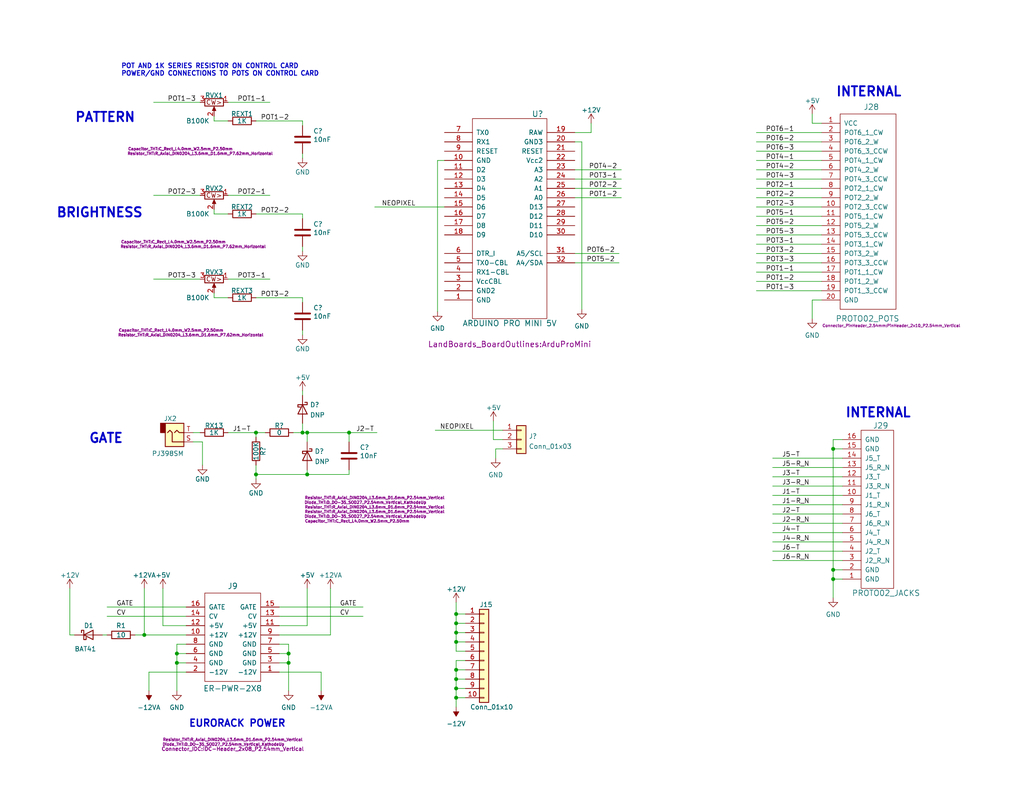
<source format=kicad_sch>
(kicad_sch (version 20211123) (generator eeschema)
  (paper "A")
  (title_block (title "ER-LEDS") (date "2022-12-22") (rev "1") (comment 1 "NEOPIXEL DRIVER") (comment 2 "https://note.com/solder_state/n/nffc1a33053be"))
  (lib_symbols
    (symbol "Connector:AudioJack2"
      (property "Reference" "J" (at 0 8.89 0))
      (property "Value" "AudioJack2" (at 0 6.35 0))
      (symbol "AudioJack2_0_1"
        (rectangle (start -3.81 0) (end -2.54 -2.54) (stroke (width 0.254)) (fill (type outline)))
        (rectangle (start -2.54 3.81) (end 2.54 -2.54) (stroke (width 0.254)) (fill (type background)))
        (polyline (pts (xy 0 0) (xy 0.635 -0.635) (xy 1.27 0) (xy 2.54 0)) (stroke (width 0.254)))
        (polyline (pts (xy 2.54 2.54) (xy -0.635 2.54) (xy -0.635 0) (xy -1.27 -0.635) (xy -1.905 0)) (stroke (width 0.254)))
      )
      (symbol "AudioJack2_1_1"
        (pin passive line (at 5.08 2.54 180) (length 2.54) (name "~") (number "S"))
        (pin passive line (at 5.08 0 180) (length 2.54) (name "~") (number "T"))
      )
    )
    (symbol "Connector_Generic:Conn_01x03" (pin_names (offset 1.016) hide)
      (property "Reference" "J" (at 0 5.08 0))
      (property "Value" "Conn_01x03" (at 0 -5.08 0))
      (symbol "Conn_01x03_1_1"
        (rectangle (start -1.27 -2.413) (end 0 -2.667) (stroke (width 0.1524)))
        (rectangle (start -1.27 0.127) (end 0 -0.127) (stroke (width 0.1524)))
        (rectangle (start -1.27 2.667) (end 0 2.413) (stroke (width 0.1524)))
        (rectangle (start -1.27 3.81) (end 1.27 -3.81) (stroke (width 0.254)) (fill (type background)))
        (pin passive line (at -5.08 2.54 0) (length 3.81) (name "Pin_1") (number "1"))
        (pin passive line (at -5.08 0 0) (length 3.81) (name "Pin_2") (number "2"))
        (pin passive line (at -5.08 -2.54 0) (length 3.81) (name "Pin_3") (number "3"))
      )
    )
    (symbol "Connector_Generic:Conn_01x10" (pin_names (offset 1.016) hide)
      (property "Reference" "J" (at 0 12.7 0))
      (property "Value" "Conn_01x10" (at 0 -15.24 0))
      (symbol "Conn_01x10_1_1"
        (rectangle (start -1.27 -12.573) (end 0 -12.827) (stroke (width 0.1524)))
        (rectangle (start -1.27 -10.033) (end 0 -10.287) (stroke (width 0.1524)))
        (rectangle (start -1.27 -7.493) (end 0 -7.747) (stroke (width 0.1524)))
        (rectangle (start -1.27 -4.953) (end 0 -5.207) (stroke (width 0.1524)))
        (rectangle (start -1.27 -2.413) (end 0 -2.667) (stroke (width 0.1524)))
        (rectangle (start -1.27 0.127) (end 0 -0.127) (stroke (width 0.1524)))
        (rectangle (start -1.27 2.667) (end 0 2.413) (stroke (width 0.1524)))
        (rectangle (start -1.27 5.207) (end 0 4.953) (stroke (width 0.1524)))
        (rectangle (start -1.27 7.747) (end 0 7.493) (stroke (width 0.1524)))
        (rectangle (start -1.27 10.287) (end 0 10.033) (stroke (width 0.1524)))
        (rectangle (start -1.27 11.43) (end 1.27 -13.97) (stroke (width 0.254)) (fill (type background)))
        (pin passive line (at -5.08 10.16 0) (length 3.81) (name "Pin_1") (number "1"))
        (pin passive line (at -5.08 -12.7 0) (length 3.81) (name "Pin_10") (number "10"))
        (pin passive line (at -5.08 7.62 0) (length 3.81) (name "Pin_2") (number "2"))
        (pin passive line (at -5.08 5.08 0) (length 3.81) (name "Pin_3") (number "3"))
        (pin passive line (at -5.08 2.54 0) (length 3.81) (name "Pin_4") (number "4"))
        (pin passive line (at -5.08 0 0) (length 3.81) (name "Pin_5") (number "5"))
        (pin passive line (at -5.08 -2.54 0) (length 3.81) (name "Pin_6") (number "6"))
        (pin passive line (at -5.08 -5.08 0) (length 3.81) (name "Pin_7") (number "7"))
        (pin passive line (at -5.08 -7.62 0) (length 3.81) (name "Pin_8") (number "8"))
        (pin passive line (at -5.08 -10.16 0) (length 3.81) (name "Pin_9") (number "9"))
      )
    )
    (symbol "Device:C" (pin_numbers hide) (pin_names (offset 0.254))
      (property "Reference" "C" (at 0.635 2.54 0))
      (property "Value" "C" (at 0.635 -2.54 0))
      (symbol "C_0_1"
        (polyline (pts (xy -2.032 -0.762) (xy 2.032 -0.762)) (stroke (width 0.508)))
        (polyline (pts (xy -2.032 0.762) (xy 2.032 0.762)) (stroke (width 0.508)))
      )
      (symbol "C_1_1"
        (pin passive line (at 0 3.81 270) (length 2.794) (name "~") (number "1"))
        (pin passive line (at 0 -3.81 90) (length 2.794) (name "~") (number "2"))
      )
    )
    (symbol "Device:D_Schottky" (pin_numbers hide) (pin_names (offset 1.016) hide)
      (property "Reference" "D" (at 0 2.54 0))
      (property "Value" "D_Schottky" (at 0 -2.54 0))
      (symbol "D_Schottky_0_1"
        (polyline (pts (xy 1.27 0) (xy -1.27 0)))
        (polyline (pts (xy 1.27 1.27) (xy 1.27 -1.27) (xy -1.27 0) (xy 1.27 1.27)) (stroke (width 0.254)))
        (polyline (pts (xy -1.905 0.635) (xy -1.905 1.27) (xy -1.27 1.27) (xy -1.27 -1.27) (xy -0.635 -1.27) (xy -0.635 -0.635)) (stroke (width 0.254)))
      )
      (symbol "D_Schottky_1_1"
        (pin passive line (at -3.81 0 0) (length 2.54) (name "K") (number "1"))
        (pin passive line (at 3.81 0 180) (length 2.54) (name "A") (number "2"))
      )
    )
    (symbol "Device:R" (pin_numbers hide) (pin_names (offset 0))
      (property "Reference" "R" (at 2.032 0 90))
      (property "Value" "R" (at 0 0 90))
      (symbol "R_0_1"
        (rectangle (start -1.016 -2.54) (end 1.016 2.54) (stroke (width 0.254)))
      )
      (symbol "R_1_1"
        (pin passive line (at 0 3.81 270) (length 1.27) (name "~") (number "1"))
        (pin passive line (at 0 -3.81 90) (length 1.27) (name "~") (number "2"))
      )
    )
    (symbol "LandBoards_Conns:ER-PWR-2X8" (pin_names (offset 1.016))
      (property "Reference" "J" (at 0 13.97 0))
      (property "Value" "ER-PWR-2X8" (at 1.27 -12.7 0))
      (property "Footprint" "Connector_IDC:IDC-Header_2x08_P2.54mm_Vertical" (at 0 -16.51 0))
      (symbol "ER-PWR-2X8_0_1"
        (rectangle (start -7.62 12.7) (end 7.62 -11.43))
      )
      (symbol "ER-PWR-2X8_1_1"
        (pin power_out line (at 12.7 -8.89 180) (length 5.08) (name "-12V") (number "1"))
        (pin power_out line (at -12.7 1.27 0) (length 5.08) (name "+12V") (number "10"))
        (pin power_out line (at 12.7 3.81 180) (length 5.08) (name "+5V") (number "11"))
        (pin power_out line (at -12.7 3.81 0) (length 5.08) (name "+5V") (number "12"))
        (pin bidirectional line (at 12.7 6.35 180) (length 5.08) (name "CV") (number "13"))
        (pin bidirectional line (at -12.7 6.35 0) (length 5.08) (name "CV") (number "14"))
        (pin bidirectional line (at 12.7 8.89 180) (length 5.08) (name "GATE") (number "15"))
        (pin bidirectional line (at -12.7 8.89 0) (length 5.08) (name "GATE") (number "16"))
        (pin power_out line (at -12.7 -8.89 0) (length 5.08) (name "-12V") (number "2"))
        (pin power_in line (at 12.7 -6.35 180) (length 5.08) (name "GND") (number "3"))
        (pin power_out line (at -12.7 -6.35 0) (length 5.08) (name "GND") (number "4"))
        (pin power_out line (at 12.7 -3.81 180) (length 5.08) (name "GND") (number "5"))
        (pin power_out line (at -12.7 -3.81 0) (length 5.08) (name "GND") (number "6"))
        (pin power_out line (at 12.7 -1.27 180) (length 5.08) (name "GND") (number "7"))
        (pin power_out line (at -12.7 -1.27 0) (length 5.08) (name "GND") (number "8"))
        (pin power_out line (at 12.7 1.27 180) (length 5.08) (name "+12V") (number "9"))
      )
    )
    (symbol "LandBoards_Conns:PROTO02_POTS" (pin_names (offset 1.016))
      (property "Reference" "J" (at -1.27 27.94 0))
      (property "Value" "PROTO02_POTS" (at 0 -27.94 0))
      (symbol "PROTO02_POTS_0_1"
        (rectangle (start -8.89 26.67) (end 6.35 -26.67))
      )
      (symbol "PROTO02_POTS_1_1"
        (pin power_in line (at 11.43 24.13 180) (length 5.08) (name "VCC") (number "1"))
        (pin passive line (at 11.43 1.27 180) (length 5.08) (name "POT2_3_CCW") (number "10"))
        (pin passive line (at 11.43 -1.27 180) (length 5.08) (name "POT5_1_CW") (number "11"))
        (pin passive line (at 11.43 -3.81 180) (length 5.08) (name "POT5_2_W") (number "12"))
        (pin passive line (at 11.43 -6.35 180) (length 5.08) (name "POT5_3_CCW") (number "13"))
        (pin passive line (at 11.43 -8.89 180) (length 5.08) (name "POT3_1_CW") (number "14"))
        (pin passive line (at 11.43 -11.43 180) (length 5.08) (name "POT3_2_W") (number "15"))
        (pin passive line (at 11.43 -13.97 180) (length 5.08) (name "POT3_3_CCW") (number "16"))
        (pin passive line (at 11.43 -16.51 180) (length 5.08) (name "POT1_1_CW") (number "17"))
        (pin passive line (at 11.43 -19.05 180) (length 5.08) (name "POT1_2_W") (number "18"))
        (pin passive line (at 11.43 -21.59 180) (length 5.08) (name "POT1_3_CCW") (number "19"))
        (pin passive line (at 11.43 21.59 180) (length 5.08) (name "POT6_1_CW") (number "2"))
        (pin power_in line (at 11.43 -24.13 180) (length 5.08) (name "GND") (number "20"))
        (pin passive line (at 11.43 19.05 180) (length 5.08) (name "POT6_2_W") (number "3"))
        (pin passive line (at 11.43 16.51 180) (length 5.08) (name "POT6_3_CCW") (number "4"))
        (pin passive line (at 11.43 13.97 180) (length 5.08) (name "POT4_1_CW") (number "5"))
        (pin passive line (at 11.43 11.43 180) (length 5.08) (name "POT4_2_W") (number "6"))
        (pin passive line (at 11.43 8.89 180) (length 5.08) (name "POT4_3_CCW") (number "7"))
        (pin passive line (at 11.43 6.35 180) (length 5.08) (name "POT2_1_CW") (number "8"))
        (pin passive line (at 11.43 3.81 180) (length 5.08) (name "POT2_2_W") (number "9"))
      )
    )
    (symbol "LandBoards_Conns:R_Pot_CW" (pin_names (offset 1.016) hide)
      (property "Reference" "RV" (at -1.27 1.27 0))
      (property "Value" "R_Pot_CW" (at -1.27 -1.27 0))
      (symbol "R_Pot_CW_0_0"
        (text "CW>" (at 0 0 900) (effects (font (size 1.27 1.27))))
      )
      (symbol "R_Pot_CW_0_1"
        (polyline (pts (xy 2.54 0) (xy 1.524 0)))
        (polyline (pts (xy 1.143 0) (xy 2.286 0.508) (xy 2.286 -0.508) (xy 1.143 0)) (fill (type outline)))
        (rectangle (start 1.016 2.54) (end -1.016 -2.54) (stroke (width 0.254)))
      )
      (symbol "R_Pot_CW_1_1"
        (pin passive line (at 0 3.81 270) (length 1.27) (name "1") (number "1"))
        (pin passive line (at 3.81 0 180) (length 1.27) (name "2") (number "2"))
        (pin passive line (at 0 -3.81 90) (length 1.27) (name "3") (number "3"))
      )
    )
    (symbol "PROTO02_JACKS_1" (pin_names (offset 1.016))
      (property "Reference" "J" (at 0 22.86 0))
      (property "Value" "PROTO02_JACKS_1" (at 0 -22.86 0))
      (symbol "PROTO02_JACKS_1_0_1"
        (rectangle (start -5.08 21.59) (end 3.81 -21.59))
      )
      (symbol "PROTO02_JACKS_1_1_1"
        (pin power_in line (at 8.89 -19.05 180) (length 5.08) (name "GND") (number "1"))
        (pin passive line (at 8.89 3.81 180) (length 5.08) (name "J1_T") (number "10"))
        (pin passive line (at 8.89 6.35 180) (length 5.08) (name "J3_R_N") (number "11"))
        (pin passive line (at 8.89 8.89 180) (length 5.08) (name "J3_T") (number "12"))
        (pin passive line (at 8.89 11.43 180) (length 5.08) (name "J5_R_N") (number "13"))
        (pin passive line (at 8.89 13.97 180) (length 5.08) (name "J5_T") (number "14"))
        (pin power_in line (at 8.89 16.51 180) (length 5.08) (name "GND") (number "15"))
        (pin power_in line (at 8.89 19.05 180) (length 5.08) (name "GND") (number "16"))
        (pin power_in line (at 8.89 -16.51 180) (length 5.08) (name "GND") (number "2"))
        (pin passive line (at 8.89 -13.97 180) (length 5.08) (name "J2_R_N") (number "3"))
        (pin passive line (at 8.89 -11.43 180) (length 5.08) (name "J2_T") (number "4"))
        (pin passive line (at 8.89 -8.89 180) (length 5.08) (name "J4_R_N") (number "5"))
        (pin passive line (at 8.89 -6.35 180) (length 5.08) (name "J4_T") (number "6"))
        (pin passive line (at 8.89 -3.81 180) (length 5.08) (name "J6_R_N") (number "7"))
        (pin passive line (at 8.89 -1.27 180) (length 5.08) (name "J6_T") (number "8"))
        (pin passive line (at 8.89 1.27 180) (length 5.08) (name "J1_R_N") (number "9"))
      )
    )
    (symbol "R_Pot_CW_1" (pin_names (offset 1.016) hide)
      (property "Reference" "RV" (at -1.27 1.27 0))
      (property "Value" "R_Pot_CW_1" (at -1.27 -1.27 0))
      (symbol "R_Pot_CW_1_0_0"
        (text "CW>" (at 0 0 900) (effects (font (size 1.27 1.27))))
      )
      (symbol "R_Pot_CW_1_0_1"
        (polyline (pts (xy 2.54 0) (xy 1.524 0)))
        (polyline (pts (xy 1.143 0) (xy 2.286 0.508) (xy 2.286 -0.508) (xy 1.143 0)) (fill (type outline)))
        (rectangle (start 1.016 2.54) (end -1.016 -2.54) (stroke (width 0.254)))
      )
      (symbol "R_Pot_CW_1_1_1"
        (pin passive line (at 0 3.81 270) (length 1.27) (name "1") (number "1"))
        (pin passive line (at 3.81 0 180) (length 1.27) (name "2") (number "2"))
        (pin passive line (at 0 -3.81 90) (length 1.27) (name "3") (number "3"))
      )
    )
    (symbol "R_Pot_CW_5" (pin_names (offset 1.016) hide)
      (property "Reference" "RV" (at -1.27 1.27 0))
      (property "Value" "R_Pot_CW_5" (at -1.27 -1.27 0))
      (symbol "R_Pot_CW_5_0_0"
        (text "CW>" (at 0 0 900) (effects (font (size 1.27 1.27))))
      )
      (symbol "R_Pot_CW_5_0_1"
        (polyline (pts (xy 2.54 0) (xy 1.524 0)))
        (polyline (pts (xy 1.143 0) (xy 2.286 0.508) (xy 2.286 -0.508) (xy 1.143 0)) (fill (type outline)))
        (rectangle (start 1.016 2.54) (end -1.016 -2.54) (stroke (width 0.254)))
      )
      (symbol "R_Pot_CW_5_1_1"
        (pin passive line (at 0 3.81 270) (length 1.27) (name "1") (number "1"))
        (pin passive line (at 3.81 0 180) (length 1.27) (name "2") (number "2"))
        (pin passive line (at 0 -3.81 90) (length 1.27) (name "3") (number "3"))
      )
    )
    (symbol "VFO-003-rescue:ARDUPROMINI-ArduProMiniTKB" (pin_names (offset 1.016))
      (property "Reference" "uP" (at 10.16 19.05 0))
      (property "Value" "ARDUPROMINI-ArduProMiniTKB" (at 15.24 21.59 0))
      (symbol "ARDUPROMINI-ArduProMiniTKB_0_1"
        (polyline (pts (xy -10.16 -35.56) (xy -10.16 19.05) (xy 10.16 19.05) (xy 10.16 -35.56) (xy 0 -35.56) (xy -10.16 -35.56)))
      )
      (symbol "ARDUPROMINI-ArduProMiniTKB_1_1"
        (pin unspecified line (at -17.78 -30.48 0) (length 7.62) (name "GND") (number "1"))
        (pin unspecified line (at -17.78 7.62 0) (length 7.62) (name "GND") (number "10"))
        (pin bidirectional line (at -17.78 5.08 0) (length 7.62) (name "D2") (number "11"))
        (pin bidirectional line (at -17.78 2.54 0) (length 7.62) (name "D3") (number "12"))
        (pin bidirectional line (at -17.78 0 0) (length 7.62) (name "D4") (number "13"))
        (pin bidirectional line (at -17.78 -2.54 0) (length 7.62) (name "D5") (number "14"))
        (pin bidirectional line (at -17.78 -5.08 0) (length 7.62) (name "D6") (number "15"))
        (pin bidirectional line (at -17.78 -7.62 0) (length 7.62) (name "D7") (number "16"))
        (pin bidirectional line (at -17.78 -10.16 0) (length 7.62) (name "D8") (number "17"))
        (pin bidirectional line (at -17.78 -12.7 0) (length 7.62) (name "D9") (number "18"))
        (pin unspecified line (at 17.78 15.24 180) (length 7.62) (name "RAW") (number "19"))
        (pin unspecified line (at -17.78 -27.94 0) (length 7.62) (name "GND2") (number "2"))
        (pin unspecified line (at 17.78 12.7 180) (length 7.62) (name "GND3") (number "20"))
        (pin input line (at 17.78 10.16 180) (length 7.62) (name "RESET") (number "21"))
        (pin unspecified line (at 17.78 7.62 180) (length 7.62) (name "Vcc2") (number "22"))
        (pin bidirectional line (at 17.78 5.08 180) (length 7.62) (name "A3") (number "23"))
        (pin bidirectional line (at 17.78 2.54 180) (length 7.62) (name "A2") (number "24"))
        (pin bidirectional line (at 17.78 0 180) (length 7.62) (name "A1") (number "25"))
        (pin bidirectional line (at 17.78 -2.54 180) (length 7.62) (name "A0") (number "26"))
        (pin bidirectional line (at 17.78 -5.08 180) (length 7.62) (name "D13") (number "27"))
        (pin input line (at 17.78 -7.62 180) (length 7.62) (name "D12") (number "28"))
        (pin bidirectional line (at 17.78 -10.16 180) (length 7.62) (name "D11") (number "29"))
        (pin power_in line (at -17.78 -25.4 0) (length 7.62) (name "VccCBL") (number "3"))
        (pin bidirectional line (at 17.78 -12.7 180) (length 7.62) (name "D10") (number "30"))
        (pin bidirectional line (at 17.78 -17.78 180) (length 7.62) (name "A5/SCL") (number "31"))
        (pin bidirectional line (at 17.78 -20.32 180) (length 7.62) (name "A4/SDA") (number "32"))
        (pin unspecified line (at -17.78 -22.86 0) (length 7.62) (name "RX1-CBL") (number "4"))
        (pin unspecified line (at -17.78 -20.32 0) (length 7.62) (name "TX0-CBL") (number "5"))
        (pin unspecified line (at -17.78 -17.78 0) (length 7.62) (name "DTR_I") (number "6"))
        (pin bidirectional line (at -17.78 15.24 0) (length 7.62) (name "TX0") (number "7"))
        (pin bidirectional line (at -17.78 12.7 0) (length 7.62) (name "RX1") (number "8"))
        (pin input line (at -17.78 10.16 0) (length 7.62) (name "RESET") (number "9"))
      )
    )
    (symbol "power:+12V" (power) (pin_names (offset 0))
      (property "Value" "+12V" (at 0 3.556 0))
      (symbol "+12V_0_1"
        (polyline (pts (xy -0.762 1.27) (xy 0 2.54)))
        (polyline (pts (xy 0 0) (xy 0 2.54)))
        (polyline (pts (xy 0 2.54) (xy 0.762 1.27)))
      )
      (symbol "+12V_1_1"
        (pin power_in line (at 0 0 90) (length 0) hide (name "+12V") (number "1"))
      )
    )
    (symbol "power:+12VA" (power) (pin_names (offset 0))
      (property "Value" "+12VA" (at 0 3.556 0))
      (symbol "+12VA_0_1"
        (polyline (pts (xy -0.762 1.27) (xy 0 2.54)))
        (polyline (pts (xy 0 0) (xy 0 2.54)))
        (polyline (pts (xy 0 2.54) (xy 0.762 1.27)))
      )
      (symbol "+12VA_1_1"
        (pin power_in line (at 0 0 90) (length 0) hide (name "+12VA") (number "1"))
      )
    )
    (symbol "power:+5V" (power) (pin_names (offset 0))
      (property "Value" "+5V" (at 0 3.556 0))
      (symbol "+5V_0_1"
        (polyline (pts (xy -0.762 1.27) (xy 0 2.54)))
        (polyline (pts (xy 0 0) (xy 0 2.54)))
        (polyline (pts (xy 0 2.54) (xy 0.762 1.27)))
      )
      (symbol "+5V_1_1"
        (pin power_in line (at 0 0 90) (length 0) hide (name "+5V") (number "1"))
      )
    )
    (symbol "power:-12V" (power) (pin_names (offset 0))
      (property "Value" "-12V" (at 0 3.81 0))
      (symbol "-12V_0_0"
        (pin power_in line (at 0 0 90) (length 0) hide (name "-12V") (number "1"))
      )
      (symbol "-12V_0_1"
        (polyline (pts (xy 0 0) (xy 0 1.27) (xy 0.762 1.27) (xy 0 2.54) (xy -0.762 1.27) (xy 0 1.27)) (fill (type outline)))
      )
    )
    (symbol "power:-12VA" (power) (pin_names (offset 0))
      (property "Value" "-12VA" (at 0 3.556 0))
      (symbol "-12VA_0_0"
        (pin power_in line (at 0 0 90) (length 0) hide (name "-12VA") (number "1"))
      )
      (symbol "-12VA_0_1"
        (polyline (pts (xy 0 0) (xy 0 1.27) (xy 0.762 1.27) (xy 0 2.54) (xy -0.762 1.27) (xy 0 1.27)) (fill (type outline)))
      )
    )
    (symbol "power:GND" (power) (pin_names (offset 0))
      (property "Value" "GND" (at 0 -3.81 0))
      (symbol "GND_0_1"
        (polyline (pts (xy 0 0) (xy 0 -1.27) (xy 1.27 -1.27) (xy 0 -2.54) (xy -1.27 -1.27) (xy 0 -1.27)))
      )
      (symbol "GND_1_1"
        (pin power_in line (at 0 0 270) (length 0) hide (name "GND") (number "1"))
      )
    )
  )
  (junction (at 124.46 167.64))
  (junction (at 95.25 118.11))
  (junction (at 39.37 173.355))
  (junction (at 83.82 118.11))
  (junction (at 124.46 187.96))
  (junction (at 124.46 182.88))
  (junction (at 124.46 185.42))
  (junction (at 227.33 158.115))
  (junction (at 227.33 122.555))
  (junction (at 69.85 118.11))
  (junction (at 78.74 180.975))
  (junction (at 48.26 180.975))
  (junction (at 48.26 178.435))
  (junction (at 83.82 129.54))
  (junction (at 69.85 129.54))
  (junction (at 227.33 155.575))
  (junction (at 78.74 178.435))
  (junction (at 124.46 172.72))
  (junction (at 124.46 170.18))
  (junction (at 82.55 118.11))
  (junction (at 124.46 175.26))
  (junction (at 124.46 190.5))
  (wire (pts (xy 82.55 106.68) (xy 82.55 107.95)))
  (wire (pts (xy 210.82 145.415) (xy 229.87 145.415)))
  (wire (pts (xy 50.8 170.815) (xy 44.45 170.815)))
  (wire (pts (xy 206.375 79.375) (xy 224.155 79.375)))
  (wire (pts (xy 156.845 51.435) (xy 169.545 51.435)))
  (wire (pts (xy 210.82 127.635) (xy 229.87 127.635)))
  (wire (pts (xy 82.55 81.28) (xy 82.55 82.55)))
  (wire (pts (xy 161.29 36.195) (xy 161.29 33.655)))
  (wire (pts (xy 210.82 150.495) (xy 229.87 150.495)))
  (wire (pts (xy 224.155 33.655) (xy 221.615 33.655)))
  (wire (pts (xy 29.21 168.275) (xy 50.8 168.275)))
  (wire (pts (xy 137.16 120.015) (xy 134.62 120.015)))
  (wire (pts (xy 90.17 160.655) (xy 90.17 173.355)))
  (wire (pts (xy 52.705 120.65) (xy 55.245 120.65)))
  (wire (pts (xy 76.2 178.435) (xy 78.74 178.435)))
  (wire (pts (xy 206.375 48.895) (xy 224.155 48.895)))
  (wire (pts (xy 48.26 175.895) (xy 48.26 178.435)))
  (wire (pts (xy 76.2 173.355) (xy 90.17 173.355)))
  (wire (pts (xy 229.87 120.015) (xy 227.33 120.015)))
  (wire (pts (xy 69.85 118.11) (xy 69.85 119.38)))
  (wire (pts (xy 76.2 168.275) (xy 99.06 168.275)))
  (wire (pts (xy 50.8 183.515) (xy 40.64 183.515)))
  (wire (pts (xy 19.05 160.655) (xy 19.05 173.355)))
  (wire (pts (xy 62.23 76.2) (xy 73.66 76.2)))
  (wire (pts (xy 210.82 153.035) (xy 229.87 153.035)))
  (wire (pts (xy 102.235 56.515) (xy 121.285 56.515)))
  (wire (pts (xy 127 180.34) (xy 124.46 180.34)))
  (wire (pts (xy 102.87 118.11) (xy 95.25 118.11)))
  (wire (pts (xy 27.94 173.355) (xy 29.21 173.355)))
  (wire (pts (xy 39.37 173.355) (xy 50.8 173.355)))
  (wire (pts (xy 69.85 130.81) (xy 69.85 129.54)))
  (wire (pts (xy 48.26 180.975) (xy 48.26 188.595)))
  (wire (pts (xy 135.255 122.555) (xy 137.16 122.555)))
  (wire (pts (xy 227.33 158.115) (xy 229.87 158.115)))
  (wire (pts (xy 124.46 167.64) (xy 124.46 170.18)))
  (wire (pts (xy 118.745 117.475) (xy 137.16 117.475)))
  (wire (pts (xy 156.845 71.755) (xy 168.91 71.755)))
  (wire (pts (xy 82.55 115.57) (xy 82.55 118.11)))
  (wire (pts (xy 124.46 190.5) (xy 124.46 187.96)))
  (wire (pts (xy 227.33 120.015) (xy 227.33 122.555)))
  (wire (pts (xy 210.82 125.095) (xy 229.87 125.095)))
  (wire (pts (xy 69.85 118.11) (xy 72.39 118.11)))
  (wire (pts (xy 206.375 64.135) (xy 224.155 64.135)))
  (wire (pts (xy 58.42 33.02) (xy 58.42 31.75)))
  (wire (pts (xy 82.55 33.02) (xy 82.55 34.29)))
  (wire (pts (xy 124.46 185.42) (xy 127 185.42)))
  (wire (pts (xy 124.46 182.88) (xy 124.46 185.42)))
  (wire (pts (xy 58.42 81.28) (xy 58.42 80.01)))
  (wire (pts (xy 82.55 58.42) (xy 82.55 59.69)))
  (wire (pts (xy 127 182.88) (xy 124.46 182.88)))
  (wire (pts (xy 210.82 137.795) (xy 229.87 137.795)))
  (wire (pts (xy 41.91 76.2) (xy 54.61 76.2)))
  (wire (pts (xy 58.42 81.28) (xy 62.23 81.28)))
  (wire (pts (xy 124.46 175.26) (xy 127 175.26)))
  (wire (pts (xy 69.85 129.54) (xy 69.85 127)))
  (wire (pts (xy 69.85 58.42) (xy 82.55 58.42)))
  (wire (pts (xy 40.64 183.515) (xy 40.64 188.595)))
  (wire (pts (xy 127 167.64) (xy 124.46 167.64)))
  (wire (pts (xy 58.42 58.42) (xy 58.42 57.15)))
  (wire (pts (xy 206.375 74.295) (xy 224.155 74.295)))
  (wire (pts (xy 82.55 67.31) (xy 82.55 68.58)))
  (wire (pts (xy 206.375 66.675) (xy 224.155 66.675)))
  (wire (pts (xy 62.23 118.11) (xy 69.85 118.11)))
  (wire (pts (xy 206.375 71.755) (xy 224.155 71.755)))
  (wire (pts (xy 210.82 147.955) (xy 229.87 147.955)))
  (wire (pts (xy 69.85 81.28) (xy 82.55 81.28)))
  (wire (pts (xy 124.46 175.26) (xy 124.46 177.8)))
  (wire (pts (xy 69.85 33.02) (xy 82.55 33.02)))
  (wire (pts (xy 83.82 129.54) (xy 69.85 129.54)))
  (wire (pts (xy 206.375 36.195) (xy 224.155 36.195)))
  (wire (pts (xy 206.375 51.435) (xy 224.155 51.435)))
  (wire (pts (xy 48.26 180.975) (xy 50.8 180.975)))
  (wire (pts (xy 206.375 76.835) (xy 224.155 76.835)))
  (wire (pts (xy 41.91 27.94) (xy 54.61 27.94)))
  (wire (pts (xy 124.46 185.42) (xy 124.46 187.96)))
  (wire (pts (xy 158.75 38.735) (xy 158.75 84.455)))
  (wire (pts (xy 87.63 183.515) (xy 87.63 188.595)))
  (wire (pts (xy 210.82 142.875) (xy 229.87 142.875)))
  (wire (pts (xy 156.845 46.355) (xy 169.545 46.355)))
  (wire (pts (xy 76.2 175.895) (xy 78.74 175.895)))
  (wire (pts (xy 83.82 160.655) (xy 83.82 170.815)))
  (wire (pts (xy 41.91 53.34) (xy 54.61 53.34)))
  (wire (pts (xy 156.845 38.735) (xy 158.75 38.735)))
  (wire (pts (xy 82.55 118.11) (xy 83.82 118.11)))
  (wire (pts (xy 124.46 172.72) (xy 124.46 175.26)))
  (wire (pts (xy 82.55 90.17) (xy 82.55 91.44)))
  (wire (pts (xy 127 190.5) (xy 124.46 190.5)))
  (wire (pts (xy 95.25 129.54) (xy 95.25 128.27)))
  (wire (pts (xy 206.375 59.055) (xy 224.155 59.055)))
  (wire (pts (xy 95.25 118.11) (xy 95.25 120.65)))
  (wire (pts (xy 48.26 178.435) (xy 50.8 178.435)))
  (wire (pts (xy 121.285 43.815) (xy 119.38 43.815)))
  (wire (pts (xy 206.375 56.515) (xy 224.155 56.515)))
  (wire (pts (xy 58.42 58.42) (xy 62.23 58.42)))
  (wire (pts (xy 76.2 183.515) (xy 87.63 183.515)))
  (wire (pts (xy 206.375 41.275) (xy 224.155 41.275)))
  (wire (pts (xy 227.33 155.575) (xy 227.33 158.115)))
  (wire (pts (xy 83.82 118.11) (xy 95.25 118.11)))
  (wire (pts (xy 210.82 140.335) (xy 229.87 140.335)))
  (wire (pts (xy 76.2 165.735) (xy 99.06 165.735)))
  (wire (pts (xy 227.33 155.575) (xy 229.87 155.575)))
  (wire (pts (xy 119.38 43.815) (xy 119.38 85.09)))
  (wire (pts (xy 156.845 69.215) (xy 168.91 69.215)))
  (wire (pts (xy 206.375 38.735) (xy 224.155 38.735)))
  (wire (pts (xy 156.845 48.895) (xy 169.545 48.895)))
  (wire (pts (xy 127 177.8) (xy 124.46 177.8)))
  (wire (pts (xy 210.82 130.175) (xy 229.87 130.175)))
  (wire (pts (xy 29.21 165.735) (xy 50.8 165.735)))
  (wire (pts (xy 78.74 180.975) (xy 78.74 188.595)))
  (wire (pts (xy 210.82 132.715) (xy 229.87 132.715)))
  (wire (pts (xy 221.615 31.115) (xy 221.615 33.655)))
  (wire (pts (xy 124.46 172.72) (xy 127 172.72)))
  (wire (pts (xy 78.74 175.895) (xy 78.74 178.435)))
  (wire (pts (xy 36.83 173.355) (xy 39.37 173.355)))
  (wire (pts (xy 135.255 125.095) (xy 135.255 122.555)))
  (wire (pts (xy 221.615 81.915) (xy 224.155 81.915)))
  (wire (pts (xy 124.46 170.18) (xy 124.46 172.72)))
  (wire (pts (xy 134.62 120.015) (xy 134.62 114.935)))
  (wire (pts (xy 44.45 170.815) (xy 44.45 160.655)))
  (wire (pts (xy 206.375 61.595) (xy 224.155 61.595)))
  (wire (pts (xy 156.845 53.975) (xy 169.545 53.975)))
  (wire (pts (xy 83.82 129.54) (xy 95.25 129.54)))
  (wire (pts (xy 227.33 122.555) (xy 227.33 155.575)))
  (wire (pts (xy 206.375 43.815) (xy 224.155 43.815)))
  (wire (pts (xy 124.46 180.34) (xy 124.46 182.88)))
  (wire (pts (xy 55.245 120.65) (xy 55.245 127)))
  (wire (pts (xy 39.37 160.655) (xy 39.37 173.355)))
  (wire (pts (xy 48.26 178.435) (xy 48.26 180.975)))
  (wire (pts (xy 206.375 46.355) (xy 224.155 46.355)))
  (wire (pts (xy 76.2 180.975) (xy 78.74 180.975)))
  (wire (pts (xy 124.46 164.465) (xy 124.46 167.64)))
  (wire (pts (xy 206.375 53.975) (xy 224.155 53.975)))
  (wire (pts (xy 227.33 122.555) (xy 229.87 122.555)))
  (wire (pts (xy 127 170.18) (xy 124.46 170.18)))
  (wire (pts (xy 19.05 173.355) (xy 20.32 173.355)))
  (wire (pts (xy 221.615 81.915) (xy 221.615 86.995)))
  (wire (pts (xy 83.82 129.54) (xy 83.82 128.27)))
  (wire (pts (xy 124.46 190.5) (xy 124.46 193.04)))
  (wire (pts (xy 83.82 118.11) (xy 83.82 120.65)))
  (wire (pts (xy 50.8 175.895) (xy 48.26 175.895)))
  (wire (pts (xy 82.55 41.91) (xy 82.55 43.18)))
  (wire (pts (xy 52.705 118.11) (xy 54.61 118.11)))
  (wire (pts (xy 80.01 118.11) (xy 82.55 118.11)))
  (wire (pts (xy 210.82 135.255) (xy 229.87 135.255)))
  (wire (pts (xy 227.33 158.115) (xy 227.33 163.195)))
  (wire (pts (xy 62.23 27.94) (xy 73.66 27.94)))
  (wire (pts (xy 78.74 178.435) (xy 78.74 180.975)))
  (wire (pts (xy 156.845 36.195) (xy 161.29 36.195)))
  (wire (pts (xy 62.23 53.34) (xy 73.66 53.34)))
  (wire (pts (xy 58.42 33.02) (xy 62.23 33.02)))
  (wire (pts (xy 76.2 170.815) (xy 83.82 170.815)))
  (wire (pts (xy 124.46 187.96) (xy 127 187.96)))
  (wire (pts (xy 206.375 69.215) (xy 224.155 69.215)))
  (text "EURORACK POWER" (at 51.435 198.755 0) (effects (font (size 1.905 1.905) (thickness 0.381) bold) (justify left bottom)))
  (text "INTERNAL" (at 230.505 114.3 0) (effects (font (size 2.54 2.54) (thickness 0.508) bold) (justify left bottom)))
  (text "POT AND 1K SERIES RESISTOR ON CONTROL CARD\nPOWER/GND CONNECTIONS TO POTS ON CONTROL CARD" (at 33.02 20.955 0) (effects (font (size 1.27 1.27) (thickness 0.254) bold) (justify left bottom)))
  (text "PATTERN" (at 20.32 33.655 0) (effects (font (size 2.54 2.54) (thickness 0.508) bold) (justify left bottom)))
  (text "BRIGHTNESS" (at 15.24 59.69 0) (effects (font (size 2.54 2.54) (thickness 0.508) bold) (justify left bottom)))
  (text "GATE" (at 24.13 121.285 0) (effects (font (size 2.54 2.54) (thickness 0.508) bold) (justify left bottom)))
  (text "INTERNAL" (at 227.965 26.67 0) (effects (font (size 2.54 2.54) (thickness 0.508) bold) (justify left bottom)))
  (label "POT6-2" (at 208.915 38.735 0))
  (label "POT1-3" (at 45.72 27.94 0))
  (label "J1-R_N" (at 213.36 137.795 0))
  (label "POT2-1" (at 64.77 53.34 0))
  (label "POT1-1" (at 64.77 27.94 0))
  (label "CV" (at 92.71 168.275 0))
  (label "POT6-3" (at 208.915 41.275 0))
  (label "POT3-2" (at 71.12 81.28 0))
  (label "POT5-3" (at 208.915 64.135 0))
  (label "POT5-2" (at 208.915 61.595 0))
  (label "J1-T" (at 213.36 135.255 0))
  (label "POT2-2" (at 208.915 53.975 0))
  (label "POT1-2" (at 71.12 33.02 0))
  (label "POT1-2" (at 208.915 76.835 0))
  (label "J1-T" (at 63.5 118.11 0))
  (label "J5-T" (at 213.36 125.095 0))
  (label "POT3-1" (at 64.77 76.2 0))
  (label "POT4-2" (at 208.915 46.355 0))
  (label "J3-R_N" (at 213.36 132.715 0))
  (label "POT3-3" (at 45.72 76.2 0))
  (label "POT2-2" (at 71.12 58.42 0))
  (label "NEOPIXEL" (at 104.14 56.515 0))
  (label "POT3-2" (at 208.915 69.215 0))
  (label "J2-R_N" (at 213.36 142.875 0))
  (label "POT1-2" (at 160.655 53.975 0))
  (label "POT3-1" (at 208.915 66.675 0))
  (label "J2-T" (at 213.36 140.335 0))
  (label "J5-R_N" (at 213.36 127.635 0))
  (label "POT5-2" (at 160.02 71.755 0))
  (label "POT2-1" (at 208.915 51.435 0))
  (label "GATE" (at 31.75 165.735 0))
  (label "CV" (at 31.75 168.275 0))
  (label "J4-R_N" (at 213.36 147.955 0))
  (label "POT3-1" (at 160.655 48.895 0))
  (label "POT6-2" (at 160.02 69.215 0))
  (label "POT4-1" (at 208.915 43.815 0))
  (label "J6-R_N" (at 213.36 153.035 0))
  (label "POT2-3" (at 208.915 56.515 0))
  (label "J2-T" (at 97.155 118.11 0))
  (label "POT6-1" (at 208.915 36.195 0))
  (label "POT1-3" (at 208.915 79.375 0))
  (label "J4-T" (at 213.36 145.415 0))
  (label "POT2-3" (at 45.72 53.34 0))
  (label "GATE" (at 92.71 165.735 0))
  (label "POT3-3" (at 208.915 71.755 0))
  (label "J3-T" (at 213.36 130.175 0))
  (label "POT4-2" (at 160.655 46.355 0))
  (label "POT1-1" (at 208.915 74.295 0))
  (label "POT5-1" (at 208.915 59.055 0))
  (label "NEOPIXEL" (at 120.015 117.475 0))
  (label "POT2-2" (at 160.655 51.435 0))
  (label "J6-T" (at 213.36 150.495 0))
  (label "POT4-3" (at 208.915 48.895 0))
  (symbol (lib_id "Device:R") (at 69.85 123.19 0) (unit 1)
    (property "Reference" "R?" (at 71.755 123.19 90))
    (property "Value" "100K" (at 69.85 123.19 90))
    (property "Footprint" "Resistor_THT:R_Axial_DIN0204_L3.6mm_D1.6mm_P2.54mm_Vertical" (at 102.235 138.43 0) (effects (font (size 0.762 0.762))))
  )
  (symbol (lib_id "power:GND") (at 78.74 188.595 0) (unit 1)
    (property "Reference" "#PWR0106" (effects hide))
    (property "Value" "GND" (at 78.74 193.1575 0))
  )
  (symbol (lib_id "Device:R") (at 58.42 118.11 90) (unit 1) (in_bom no) (on_board no)
    (property "Reference" "RX13" (at 58.42 116.205 90))
    (property "Value" "1K" (at 58.42 118.11 90))
    (property "Footprint" "Resistor_THT:R_Axial_DIN0204_L3.6mm_D1.6mm_P2.54mm_Vertical" (at 102.235 135.89 90) (effects (font (size 0.762 0.762))))
    (property "Datasheet" "https://www.mouser.com/ProductDetail/Xicon/299-2.2K-RC?qs=QaPBMFBEHz3RDbXknTj%252ByA%3D%3D" (effects hide))
  )
  (symbol (lib_id "Device:C") (at 95.25 124.46 0) (unit 1)
    (property "Reference" "C?" (at 98.171 122.1486 0) (effects (justify left)))
    (property "Value" "10nF" (at 98.171 124.46 0) (effects (justify left)))
    (property "Footprint" "Capacitor_THT:C_Rect_L4.0mm_W2.5mm_P2.50mm" (at 83.185 142.24 0) (effects (font (size 0.762 0.762)) (justify left)))
  )
  (symbol (lib_id "power:-12V") (at 124.46 193.04 180) (unit 1)
    (property "Reference" "#PWR0112" (effects hide))
    (property "Value" "-12V" (at 124.46 197.6025 0))
  )
  (symbol (lib_id "power:+5V") (at 134.62 114.935 0) (unit 1)
    (property "Reference" "#PWR?" (effects hide))
    (property "Value" "+5V" (at 134.62 111.3305 0))
  )
  (symbol (lib_id "Connector_Generic:Conn_01x10") (at 132.08 177.8 0) (unit 1)
    (property "Reference" "J15" (at 130.81 165.1 0) (effects (justify left)))
    (property "Value" "Conn_01x10" (at 128.27 193.04 0) (effects (justify left)))
    (property "Footprint" "Connector_PinHeader_2.54mm:PinHeader_1x10_P2.54mm_Vertical" (effects hide))
  )
  (symbol (lib_id "power:GND") (at 82.55 91.44 0) (unit 1)
    (property "Reference" "#PWR?" (effects hide))
    (property "Value" "GND" (at 82.55 95.25 0))
  )
  (symbol (lib_id "power:GND") (at 227.33 163.195 0) (unit 1)
    (property "Reference" "#PWR0208" (effects hide))
    (property "Value" "GND" (at 227.33 167.7575 0))
  )
  (symbol (lib_id "power:GND") (at 119.38 85.09 0) (unit 1)
    (property "Reference" "#PWR?" (effects hide))
    (property "Value" "GND" (at 119.38 89.6525 0))
  )
  (symbol (lib_id "power:GND") (at 82.55 68.58 0) (unit 1)
    (property "Reference" "#PWR?" (effects hide))
    (property "Value" "GND" (at 82.55 72.39 0))
  )
  (symbol (lib_id "Device:D_Schottky") (at 24.13 173.355 0) (unit 1)
    (property "Reference" "D1" (at 22.86 170.815 0) (effects (justify left)))
    (property "Value" "BAT41" (at 20.32 177.165 0) (effects (justify left)))
    (property "Footprint" "Diode_THT:D_DO-35_SOD27_P2.54mm_Vertical_KathodeUp" (at 60.96 203.2 0) (effects (font (size 0.762 0.762))))
  )
  (symbol (lib_id "LandBoards_Conns:R_Pot_CW") (at 58.42 27.94 270) (unit 1) (in_bom no) (on_board no)
    (property "Reference" "RVX1" (at 58.42 26.035 90))
    (property "Value" "B100K" (at 53.975 33.02 90))
  )
  (symbol (lib_id "power:+12VA") (at 39.37 160.655 0) (unit 1)
    (property "Reference" "#PWR0105" (effects hide))
    (property "Value" "+12VA" (at 39.37 157.0505 0))
  )
  (symbol (lib_id "Device:C") (at 82.55 38.1 0) (unit 1)
    (property "Reference" "C?" (at 85.471 35.7886 0) (effects (justify left)))
    (property "Value" "10nF" (at 85.471 38.1 0) (effects (justify left)))
    (property "Footprint" "Capacitor_THT:C_Rect_L4.0mm_W2.5mm_P2.50mm" (at 34.925 40.64 0) (effects (font (size 0.762 0.762)) (justify left)))
  )
  (symbol (lib_id "power:GND") (at 55.245 127 0) (unit 1)
    (property "Reference" "#PWR?" (effects hide))
    (property "Value" "GND" (at 55.245 130.81 0))
  )
  (symbol (lib_id "power:+12V") (at 161.29 33.655 0) (unit 1)
    (property "Reference" "#PWR?" (effects hide))
    (property "Value" "+12V" (at 161.29 30.0505 0))
  )
  (symbol (lib_id "Device:D_Schottky") (at 82.55 111.76 270) (unit 1)
    (property "Reference" "D?" (at 84.582 110.534 90) (effects (justify left)))
    (property "Value" "DNP" (at 84.582 113.3091 90) (effects (justify left)))
    (property "Footprint" "Diode_THT:D_DO-35_SOD27_P2.54mm_Vertical_KathodeUp" (at 99.695 137.16 90) (effects (font (size 0.762 0.762))))
  )
  (symbol (lib_id "power:GND") (at 158.75 84.455 0) (unit 1)
    (property "Reference" "#PWR?" (effects hide))
    (property "Value" "GND" (at 158.75 89.0175 0))
  )
  (symbol (lib_id "Device:R") (at 33.02 173.355 90) (unit 1)
    (property "Reference" "R1" (at 33.02 170.815 90))
    (property "Value" "10" (at 33.02 173.355 90))
    (property "Footprint" "Resistor_THT:R_Axial_DIN0204_L3.6mm_D1.6mm_P2.54mm_Vertical" (at 63.5 201.93 90) (effects (font (size 0.762 0.762))))
  )
  (symbol (lib_id "Connector:AudioJack2") (at 47.625 118.11 0) (mirror x) (unit 1) (in_bom no) (on_board no)
    (property "Reference" "JX2" (at 48.26 114.3 0) (effects (justify right)))
    (property "Value" "PJ398SM" (at 50.165 123.825 0) (effects (justify right)))
  )
  (symbol (lib_id "Device:C") (at 82.55 63.5 0) (unit 1)
    (property "Reference" "C?" (at 85.471 61.1886 0) (effects (justify left)))
    (property "Value" "10nF" (at 85.471 63.5 0) (effects (justify left)))
    (property "Footprint" "Capacitor_THT:C_Rect_L4.0mm_W2.5mm_P2.50mm" (at 33.02 66.04 0) (effects (font (size 0.762 0.762)) (justify left)))
  )
  (symbol (lib_id "LandBoards_Conns:PROTO02_POTS") (at 235.585 57.785 0) (mirror y) (unit 1)
    (property "Reference" "J28" (at 235.585 29.21 0) (effects (font (size 1.524 1.524)) (justify right)))
    (property "Value" "PROTO02_POTS" (at 227.965 86.995 0) (effects (font (size 1.524 1.524)) (justify right)))
    (property "Footprint" "Connector_PinHeader_2.54mm:PinHeader_2x10_P2.54mm_Vertical" (at 243.205 88.9 0) (effects (font (size 0.762 0.762))))
  )
  (symbol (lib_id "power:+5V") (at 44.45 160.655 0) (unit 1)
    (property "Reference" "#PWR0108" (effects hide))
    (property "Value" "+5V" (at 44.45 157.0505 0))
  )
  (symbol (lib_id "Device:R") (at 66.04 58.42 90) (unit 1) (in_bom no) (on_board no)
    (property "Reference" "REXT2" (at 66.04 56.515 90))
    (property "Value" "1K" (at 66.04 58.42 90))
    (property "Footprint" "Resistor_THT:R_Axial_DIN0204_L3.6mm_D1.6mm_P7.62mm_Horizontal" (at 52.705 67.31 90) (effects (font (size 0.762 0.762))))
    (property "Datasheet" "https://www.mouser.com/ProductDetail/Xicon/299-2.2K-RC?qs=QaPBMFBEHz3RDbXknTj%252ByA%3D%3D" (effects hide))
  )
  (symbol (lib_id "power:+5V") (at 221.615 31.115 0) (unit 1)
    (property "Reference" "#PWR0226" (effects hide))
    (property "Value" "+5V" (at 221.615 27.5105 0))
  )
  (symbol (lib_id "VFO-003-rescue:ARDUPROMINI-ArduProMiniTKB") (at 139.065 51.435 0) (unit 1)
    (property "Reference" "U?" (at 146.685 31.115 0) (effects (font (size 1.524 1.524))))
    (property "Value" "ARDUINO PRO MINI 5V" (at 139.065 88.265 0) (effects (font (size 1.524 1.524))))
    (property "Footprint" "LandBoards_BoardOutlines:ArduProMini" (at 139.065 93.98 0) (effects (font (size 1.524 1.524))))
  )
  (symbol (lib_id "Device:C") (at 82.55 86.36 0) (unit 1)
    (property "Reference" "C?" (at 85.471 84.0486 0) (effects (justify left)))
    (property "Value" "10nF" (at 85.471 86.36 0) (effects (justify left)))
    (property "Footprint" "Capacitor_THT:C_Rect_L4.0mm_W2.5mm_P2.50mm" (at 32.385 90.17 0) (effects (font (size 0.762 0.762)) (justify left)))
  )
  (symbol (lib_id "Device:R") (at 66.04 33.02 90) (unit 1) (in_bom no) (on_board no)
    (property "Reference" "REXT1" (at 66.04 31.115 90))
    (property "Value" "1K" (at 66.04 33.02 90))
    (property "Footprint" "Resistor_THT:R_Axial_DIN0204_L3.6mm_D1.6mm_P7.62mm_Horizontal" (at 54.61 41.91 90) (effects (font (size 0.762 0.762))))
    (property "Datasheet" "https://www.mouser.com/ProductDetail/Xicon/299-2.2K-RC?qs=QaPBMFBEHz3RDbXknTj%252ByA%3D%3D" (effects hide))
  )
  (symbol (lib_id "power:GND") (at 69.85 130.81 0) (unit 1)
    (property "Reference" "#PWR?" (effects hide))
    (property "Value" "GND" (at 69.85 134.62 0))
  )
  (symbol (lib_id "power:GND") (at 221.615 86.995 0) (unit 1)
    (property "Reference" "#PWR0207" (effects hide))
    (property "Value" "GND" (at 221.615 91.5575 0))
  )
  (symbol (lib_name "R_Pot_CW_1") (lib_id "LandBoards_Conns:R_Pot_CW") (at 58.42 76.2 270) (unit 1) (in_bom no) (on_board no)
    (property "Reference" "RVX3" (at 58.42 74.295 90))
    (property "Value" "B100K" (at 53.975 81.28 90))
  )
  (symbol (lib_id "power:-12VA") (at 87.63 188.595 180) (unit 1)
    (property "Reference" "#PWR0235" (effects hide))
    (property "Value" "-12VA" (at 87.63 193.1575 0))
  )
  (symbol (lib_id "power:GND") (at 135.255 125.095 0) (unit 1)
    (property "Reference" "#PWR?" (effects hide))
    (property "Value" "GND" (at 135.255 129.6575 0))
  )
  (symbol (lib_id "Device:R") (at 76.2 118.11 90) (unit 1)
    (property "Reference" "R?" (at 76.2 116.205 90))
    (property "Value" "0" (at 76.2 118.11 90))
    (property "Footprint" "Resistor_THT:R_Axial_DIN0204_L3.6mm_D1.6mm_P2.54mm_Vertical" (at 102.235 139.7 90) (effects (font (size 0.762 0.762))))
  )
  (symbol (lib_id "Device:R") (at 66.04 81.28 90) (unit 1) (in_bom no) (on_board no)
    (property "Reference" "REXT3" (at 66.04 79.375 90))
    (property "Value" "1K" (at 66.04 81.28 90))
    (property "Footprint" "Resistor_THT:R_Axial_DIN0204_L3.6mm_D1.6mm_P7.62mm_Horizontal" (at 52.07 91.44 90) (effects (font (size 0.762 0.762))))
    (property "Datasheet" "https://www.mouser.com/ProductDetail/Xicon/299-2.2K-RC?qs=QaPBMFBEHz3RDbXknTj%252ByA%3D%3D" (effects hide))
  )
  (symbol (lib_name "PROTO02_JACKS_1") (lib_id "LandBoards_Conns:PROTO02_JACKS") (at 238.76 139.065 0) (mirror y) (unit 1)
    (property "Reference" "J29" (at 238.125 116.205 0) (effects (font (size 1.524 1.524)) (justify right)))
    (property "Value" "PROTO02_JACKS" (at 232.41 161.925 0) (effects (font (size 1.524 1.524)) (justify right)))
  )
  (symbol (lib_id "power:+12VA") (at 90.17 160.655 0) (unit 1)
    (property "Reference" "#PWR0227" (effects hide))
    (property "Value" "+12VA" (at 90.17 157.0505 0))
  )
  (symbol (lib_name "R_Pot_CW_5") (lib_id "LandBoards_Conns:R_Pot_CW") (at 58.42 53.34 270) (unit 1) (in_bom no) (on_board no)
    (property "Reference" "RVX2" (at 58.42 51.435 90))
    (property "Value" "B100K" (at 53.975 58.42 90))
  )
  (symbol (lib_id "power:+5V") (at 82.55 106.68 0) (unit 1)
    (property "Reference" "#PWR?" (effects hide))
    (property "Value" "+5V" (at 82.55 103.0755 0))
  )
  (symbol (lib_id "power:-12VA") (at 40.64 188.595 180) (unit 1)
    (property "Reference" "#PWR0167" (effects hide))
    (property "Value" "-12VA" (at 40.64 193.1575 0))
  )
  (symbol (lib_id "power:GND") (at 82.55 43.18 0) (unit 1)
    (property "Reference" "#PWR?" (effects hide))
    (property "Value" "GND" (at 82.55 46.99 0))
  )
  (symbol (lib_id "Connector_Generic:Conn_01x03") (at 142.24 120.015 0) (unit 1)
    (property "Reference" "J?" (at 144.272 119.1065 0) (effects (justify left)))
    (property "Value" "Conn_01x03" (at 144.272 121.8816 0) (effects (justify left)))
    (property "Footprint" "Connector_PinHeader_2.54mm:PinHeader_1x03_P2.54mm_Vertical" (effects hide))
  )
  (symbol (lib_id "power:+5V") (at 83.82 160.655 0) (unit 1)
    (property "Reference" "#PWR0104" (effects hide))
    (property "Value" "+5V" (at 83.82 157.0505 0))
  )
  (symbol (lib_id "power:GND") (at 48.26 188.595 0) (unit 1)
    (property "Reference" "#PWR0103" (effects hide))
    (property "Value" "GND" (at 48.26 193.1575 0))
  )
  (symbol (lib_id "LandBoards_Conns:ER-PWR-2X8") (at 63.5 174.625 0) (unit 1)
    (property "Reference" "J9" (at 63.5 160.02 0) (effects (font (size 1.524 1.524))))
    (property "Value" "ER-PWR-2X8" (at 63.5 187.96 0) (effects (font (size 1.524 1.524))))
    (property "Footprint" "Connector_IDC:IDC-Header_2x08_P2.54mm_Vertical" (at 63.5 204.47 0) (effects (font (size 1 1))))
  )
  (symbol (lib_id "power:+12V") (at 19.05 160.655 0) (unit 1)
    (property "Reference" "#PWR0107" (effects hide))
    (property "Value" "+12V" (at 19.05 157.0505 0))
  )
  (symbol (lib_id "power:+12V") (at 124.46 164.465 0) (unit 1)
    (property "Reference" "#PWR0109" (effects hide))
    (property "Value" "+12V" (at 124.46 160.8605 0))
  )
  (symbol (lib_id "Device:D_Schottky") (at 83.82 124.46 270) (unit 1)
    (property "Reference" "D?" (at 85.852 123.234 90) (effects (justify left)))
    (property "Value" "DNP" (at 85.852 126.0091 90) (effects (justify left)))
    (property "Footprint" "Diode_THT:D_DO-35_SOD27_P2.54mm_Vertical_KathodeUp" (at 99.695 140.97 90) (effects (font (size 0.762 0.762))))
  )
)
</source>
